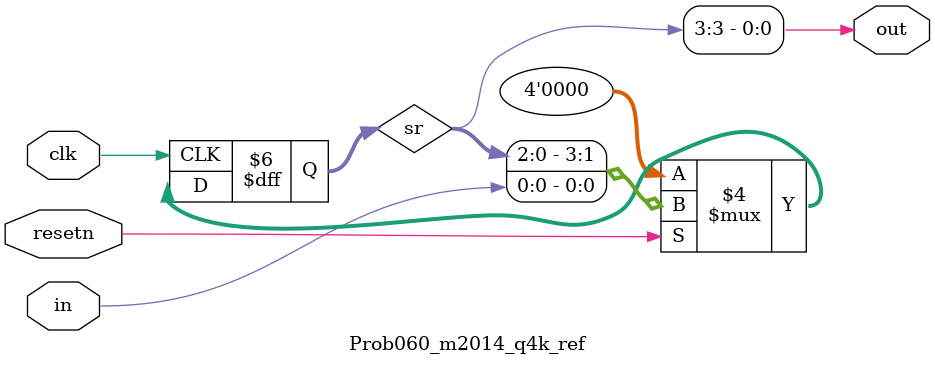
<source format=sv>

module Prob060_m2014_q4k_ref (
  input clk,
  input resetn,
  input in,
  output out
);

  reg [3:0] sr;
  always @(posedge clk) begin
    if (~resetn)
      sr <= '0;
    else
      sr <= {sr[2:0], in};
  end

  assign out = sr[3];

endmodule


</source>
